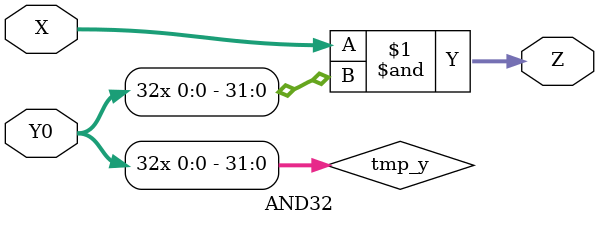
<source format=v>

module AND32(
    input Y0,
    input [31:0] X,
    output [31:0] Z
    );
    wire [31:0] tmp_y;
    assign tmp_y={32{Y0}};
 assign Z=X&tmp_y;
    
    
endmodule

</source>
